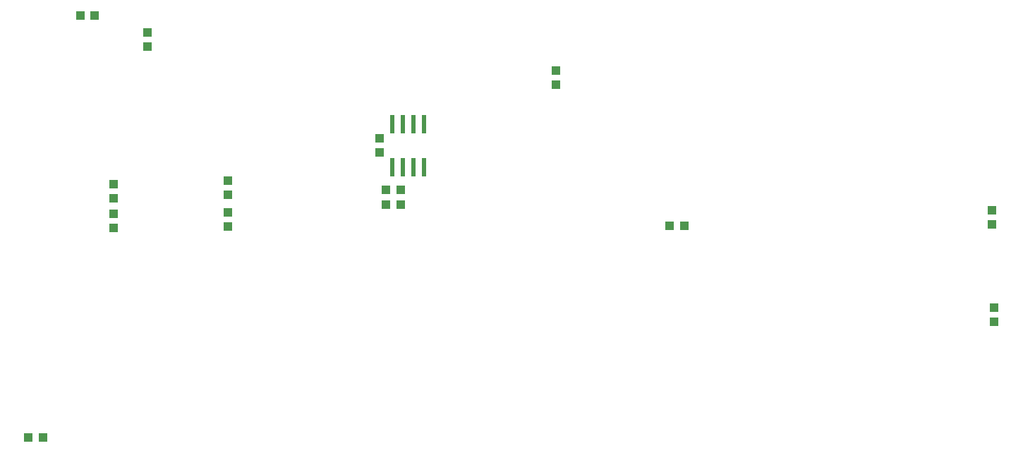
<source format=gbp>
G04 EAGLE Gerber RS-274X export*
G04 #@! %TF.Part,Single*
G04 #@! %TF.FileFunction,Paste,Bot*
G04 #@! %TF.FilePolarity,Positive*
G04 #@! %TF.GenerationSoftware,Autodesk,EAGLE,9.6.2*
G04 #@! %TF.CreationDate,2022-03-11T18:21:18Z*
G75*
%MOMM*%
%FSLAX34Y34*%
%LPD*%
%INSolderpaste Bottom*%
%IPPOS*%
%AMOC8*
5,1,8,0,0,1.08239X$1,22.5*%
G01*
%ADD10R,1.000000X1.100000*%
%ADD11R,1.100000X1.000000*%
%ADD12R,0.600000X2.200000*%


D10*
X94860Y233680D03*
X77860Y233680D03*
D11*
X220980Y719700D03*
X220980Y702700D03*
D10*
X140090Y740410D03*
X157090Y740410D03*
D11*
X317500Y524900D03*
X317500Y541900D03*
X180340Y521090D03*
X180340Y538090D03*
X180340Y485530D03*
X180340Y502530D03*
X317500Y486800D03*
X317500Y503800D03*
X1234440Y506340D03*
X1234440Y489340D03*
D10*
X847480Y487680D03*
X864480Y487680D03*
D12*
X527050Y610200D03*
X527050Y558200D03*
X514350Y610200D03*
X539750Y610200D03*
X552450Y610200D03*
X514350Y558200D03*
X539750Y558200D03*
X552450Y558200D03*
D10*
X507120Y530860D03*
X524120Y530860D03*
X507120Y513080D03*
X524120Y513080D03*
X499110Y592700D03*
X499110Y575700D03*
D11*
X711200Y673980D03*
X711200Y656980D03*
X1236980Y389500D03*
X1236980Y372500D03*
M02*

</source>
